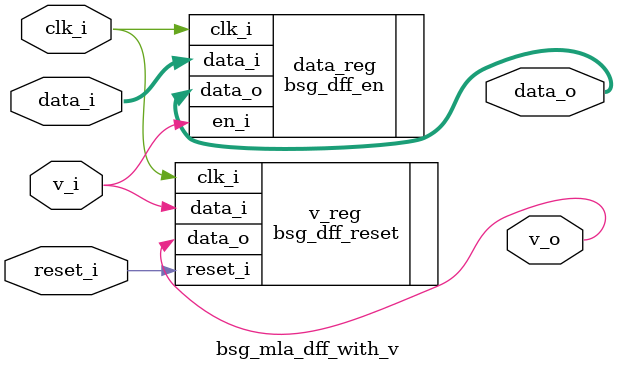
<source format=sv>

`include "bsg_mla_defines.svh"

module bsg_mla_dff_with_v #( parameter width_p = -1
                           )
  ( input  logic                clk_i
  , input  logic                reset_i

  , input  logic [width_p-1:0]  data_i
  , input  logic                v_i

  , output logic [width_p-1:0]  data_o
  , output logic                v_o
  );

  bsg_dff_reset #(.width_p(1))
    v_reg
      (.clk_i(clk_i)
      ,.reset_i(reset_i)
      ,.data_i(v_i)
      ,.data_o(v_o)
      );

  bsg_dff_en #(.width_p(width_p))
    data_reg
      (.clk_i(clk_i)
      ,.en_i(v_i)
      ,.data_i(data_i)
      ,.data_o(data_o)
      );

endmodule // bsg_mla_dff_with_v

</source>
